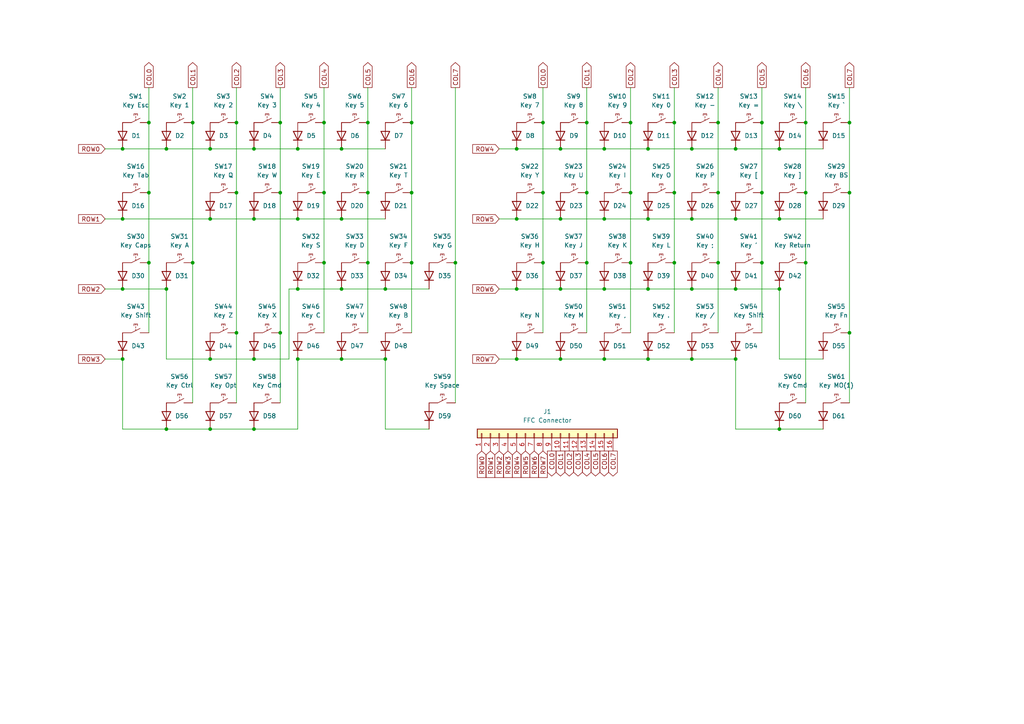
<source format=kicad_sch>
(kicad_sch (version 20230121) (generator eeschema)
  (paper "A4")
  (title_block (title "Five Octave - Keys") (date "2023-08-05") (rev "0.3.0") (comment 1 "https://github.com/takayoshiotake/five-octave-61-key-keyboard"))
  (lib_symbols
    (symbol "Connector_Generic:Conn_01x16" (pin_names (offset 1.016) hide)
      (property "Reference" "J" (at 0 20.32 0))
      (property "Value" "Conn_01x16" (at 0 -22.86 0))
      (symbol "Conn_01x16_1_1"
        (pin passive line (at -5.08 17.78 0) (length 3.81) (name "Pin_1") (number "1"))
        (pin passive line (at -5.08 -5.08 0) (length 3.81) (name "Pin_10") (number "10"))
        (pin passive line (at -5.08 -7.62 0) (length 3.81) (name "Pin_11") (number "11"))
        (pin passive line (at -5.08 -10.16 0) (length 3.81) (name "Pin_12") (number "12"))
        (pin passive line (at -5.08 -12.7 0) (length 3.81) (name "Pin_13") (number "13"))
        (pin passive line (at -5.08 -15.24 0) (length 3.81) (name "Pin_14") (number "14"))
        (pin passive line (at -5.08 -17.78 0) (length 3.81) (name "Pin_15") (number "15"))
        (pin passive line (at -5.08 -20.32 0) (length 3.81) (name "Pin_16") (number "16"))
        (pin passive line (at -5.08 15.24 0) (length 3.81) (name "Pin_2") (number "2"))
        (pin passive line (at -5.08 12.7 0) (length 3.81) (name "Pin_3") (number "3"))
        (pin passive line (at -5.08 10.16 0) (length 3.81) (name "Pin_4") (number "4"))
        (pin passive line (at -5.08 7.62 0) (length 3.81) (name "Pin_5") (number "5"))
        (pin passive line (at -5.08 5.08 0) (length 3.81) (name "Pin_6") (number "6"))
        (pin passive line (at -5.08 2.54 0) (length 3.81) (name "Pin_7") (number "7"))
        (pin passive line (at -5.08 0 0) (length 3.81) (name "Pin_8") (number "8"))
        (pin passive line (at -5.08 -2.54 0) (length 3.81) (name "Pin_9") (number "9"))
      )
    )
    (symbol "Diode:1N4148WS" (pin_numbers hide) (pin_names (offset 1.016) hide)
      (property "Reference" "D" (at 0 2.54 0))
      (property "Value" "1N4148WS" (at 0 -2.54 0))
      (symbol "1N4148WS_1_1"
        (pin passive line (at -3.81 0 0) (length 2.54) (name "K") (number "1"))
        (pin passive line (at 3.81 0 180) (length 2.54) (name "A") (number "2"))
      )
    )
    (symbol "Project_Library:SW_Hot_Swap_Socket" (pin_numbers hide) (pin_names (offset 0) hide)
      (property "Reference" "SW" (at 0 7.62 0))
      (property "Value" "SW_Hot_Swap_Socket" (at 0 5.08 0))
      (symbol "SW_Hot_Swap_Socket_0_1"
        (pin passive line (at -3.81 0 0) (length 2.54) (name "1") (number "1"))
        (pin passive line (at 3.81 0 180) (length 2.54) (name "2") (number "2"))
      )
    )
  )
  (junction (at 35.56 104.14))
  (junction (at 111.76 83.82))
  (junction (at 182.88 55.88))
  (junction (at 213.36 63.5))
  (junction (at 187.96 104.14))
  (junction (at 119.38 76.2))
  (junction (at 213.36 43.18))
  (junction (at 226.06 83.82))
  (junction (at 35.56 63.5))
  (junction (at 132.08 76.2))
  (junction (at 220.98 76.2))
  (junction (at 187.96 63.5))
  (junction (at 195.58 76.2))
  (junction (at 81.28 35.56))
  (junction (at 48.26 43.18))
  (junction (at 175.26 83.82))
  (junction (at 170.18 76.2))
  (junction (at 81.28 96.52))
  (junction (at 149.86 63.5))
  (junction (at 195.58 35.56))
  (junction (at 170.18 55.88))
  (junction (at 208.28 55.88))
  (junction (at 226.06 43.18))
  (junction (at 149.86 104.14))
  (junction (at 99.06 63.5))
  (junction (at 195.58 55.88))
  (junction (at 162.56 83.82))
  (junction (at 99.06 43.18))
  (junction (at 149.86 43.18))
  (junction (at 93.98 35.56))
  (junction (at 68.58 55.88))
  (junction (at 43.18 76.2))
  (junction (at 60.96 104.14))
  (junction (at 99.06 83.82))
  (junction (at 106.68 55.88))
  (junction (at 208.28 35.56))
  (junction (at 220.98 35.56))
  (junction (at 175.26 43.18))
  (junction (at 60.96 43.18))
  (junction (at 99.06 104.14))
  (junction (at 157.48 76.2))
  (junction (at 119.38 35.56))
  (junction (at 157.48 35.56))
  (junction (at 220.98 55.88))
  (junction (at 81.28 55.88))
  (junction (at 187.96 43.18))
  (junction (at 213.36 83.82))
  (junction (at 93.98 76.2))
  (junction (at 60.96 63.5))
  (junction (at 55.88 35.56))
  (junction (at 233.68 35.56))
  (junction (at 200.66 63.5))
  (junction (at 246.38 35.56))
  (junction (at 226.06 63.5))
  (junction (at 86.36 83.82))
  (junction (at 187.96 83.82))
  (junction (at 68.58 96.52))
  (junction (at 35.56 83.82))
  (junction (at 233.68 76.2))
  (junction (at 246.38 55.88))
  (junction (at 182.88 35.56))
  (junction (at 93.98 55.88))
  (junction (at 86.36 63.5))
  (junction (at 162.56 104.14))
  (junction (at 68.58 35.56))
  (junction (at 60.96 124.46))
  (junction (at 157.48 55.88))
  (junction (at 119.38 55.88))
  (junction (at 149.86 83.82))
  (junction (at 226.06 124.46))
  (junction (at 200.66 83.82))
  (junction (at 106.68 35.56))
  (junction (at 86.36 43.18))
  (junction (at 246.38 96.52))
  (junction (at 162.56 63.5))
  (junction (at 208.28 76.2))
  (junction (at 175.26 63.5))
  (junction (at 111.76 104.14))
  (junction (at 175.26 104.14))
  (junction (at 170.18 35.56))
  (junction (at 73.66 63.5))
  (junction (at 106.68 76.2))
  (junction (at 73.66 104.14))
  (junction (at 233.68 55.88))
  (junction (at 73.66 43.18))
  (junction (at 35.56 43.18))
  (junction (at 182.88 76.2))
  (junction (at 43.18 35.56))
  (junction (at 48.26 124.46))
  (junction (at 213.36 104.14))
  (junction (at 200.66 43.18))
  (junction (at 86.36 104.14))
  (junction (at 55.88 76.2))
  (junction (at 73.66 124.46))
  (junction (at 200.66 104.14))
  (junction (at 48.26 83.82))
  (junction (at 162.56 43.18))
  (junction (at 43.18 55.88))
  (wire (pts (xy 162.56 43.18) (xy 175.26 43.18)))
  (wire (pts (xy 93.98 76.2) (xy 93.98 96.52)))
  (wire (pts (xy 86.36 83.82) (xy 99.06 83.82)))
  (wire (pts (xy 35.56 63.5) (xy 60.96 63.5)))
  (wire (pts (xy 175.26 63.5) (xy 187.96 63.5)))
  (wire (pts (xy 170.18 35.56) (xy 170.18 55.88)))
  (wire (pts (xy 119.38 76.2) (xy 119.38 96.52)))
  (wire (pts (xy 226.06 43.18) (xy 238.76 43.18)))
  (wire (pts (xy 157.48 25.4) (xy 157.48 35.56)))
  (wire (pts (xy 226.06 104.14) (xy 226.06 83.82)))
  (wire (pts (xy 162.56 83.82) (xy 175.26 83.82)))
  (wire (pts (xy 149.86 83.82) (xy 162.56 83.82)))
  (wire (pts (xy 132.08 25.4) (xy 132.08 76.2)))
  (wire (pts (xy 200.66 43.18) (xy 213.36 43.18)))
  (wire (pts (xy 86.36 43.18) (xy 99.06 43.18)))
  (wire (pts (xy 73.66 43.18) (xy 86.36 43.18)))
  (wire (pts (xy 213.36 63.5) (xy 226.06 63.5)))
  (wire (pts (xy 226.06 124.46) (xy 238.76 124.46)))
  (wire (pts (xy 226.06 104.14) (xy 238.76 104.14)))
  (wire (pts (xy 68.58 96.52) (xy 68.58 116.84)))
  (wire (pts (xy 86.36 104.14) (xy 86.36 124.46)))
  (wire (pts (xy 144.78 104.14) (xy 149.86 104.14)))
  (wire (pts (xy 119.38 25.4) (xy 119.38 35.56)))
  (wire (pts (xy 48.26 104.14) (xy 60.96 104.14)))
  (wire (pts (xy 149.86 63.5) (xy 162.56 63.5)))
  (wire (pts (xy 55.88 76.2) (xy 55.88 116.84)))
  (wire (pts (xy 73.66 124.46) (xy 86.36 124.46)))
  (wire (pts (xy 68.58 55.88) (xy 68.58 96.52)))
  (wire (pts (xy 187.96 63.5) (xy 200.66 63.5)))
  (wire (pts (xy 30.48 83.82) (xy 35.56 83.82)))
  (wire (pts (xy 157.48 35.56) (xy 157.48 55.88)))
  (wire (pts (xy 157.48 55.88) (xy 157.48 76.2)))
  (wire (pts (xy 220.98 76.2) (xy 220.98 96.52)))
  (wire (pts (xy 43.18 55.88) (xy 43.18 76.2)))
  (wire (pts (xy 233.68 25.4) (xy 233.68 35.56)))
  (wire (pts (xy 99.06 83.82) (xy 111.76 83.82)))
  (wire (pts (xy 73.66 63.5) (xy 86.36 63.5)))
  (wire (pts (xy 144.78 83.82) (xy 149.86 83.82)))
  (wire (pts (xy 48.26 83.82) (xy 48.26 104.14)))
  (wire (pts (xy 226.06 124.46) (xy 213.36 124.46)))
  (wire (pts (xy 30.48 104.14) (xy 35.56 104.14)))
  (wire (pts (xy 233.68 76.2) (xy 233.68 116.84)))
  (wire (pts (xy 86.36 63.5) (xy 99.06 63.5)))
  (wire (pts (xy 111.76 104.14) (xy 111.76 124.46)))
  (wire (pts (xy 68.58 35.56) (xy 68.58 55.88)))
  (wire (pts (xy 81.28 25.4) (xy 81.28 35.56)))
  (wire (pts (xy 93.98 35.56) (xy 93.98 55.88)))
  (wire (pts (xy 182.88 76.2) (xy 182.88 96.52)))
  (wire (pts (xy 226.06 63.5) (xy 238.76 63.5)))
  (wire (pts (xy 200.66 104.14) (xy 213.36 104.14)))
  (wire (pts (xy 43.18 25.4) (xy 43.18 35.56)))
  (wire (pts (xy 81.28 55.88) (xy 81.28 96.52)))
  (wire (pts (xy 35.56 43.18) (xy 48.26 43.18)))
  (wire (pts (xy 106.68 25.4) (xy 106.68 35.56)))
  (wire (pts (xy 220.98 35.56) (xy 220.98 55.88)))
  (wire (pts (xy 43.18 35.56) (xy 43.18 55.88)))
  (wire (pts (xy 43.18 76.2) (xy 43.18 96.52)))
  (wire (pts (xy 208.28 25.4) (xy 208.28 35.56)))
  (wire (pts (xy 93.98 55.88) (xy 93.98 76.2)))
  (wire (pts (xy 60.96 124.46) (xy 73.66 124.46)))
  (wire (pts (xy 187.96 83.82) (xy 200.66 83.82)))
  (wire (pts (xy 119.38 35.56) (xy 119.38 55.88)))
  (wire (pts (xy 220.98 55.88) (xy 220.98 76.2)))
  (wire (pts (xy 157.48 76.2) (xy 157.48 96.52)))
  (wire (pts (xy 48.26 124.46) (xy 35.56 124.46)))
  (wire (pts (xy 182.88 25.4) (xy 182.88 35.56)))
  (wire (pts (xy 195.58 25.4) (xy 195.58 35.56)))
  (wire (pts (xy 208.28 35.56) (xy 208.28 55.88)))
  (wire (pts (xy 83.82 83.82) (xy 86.36 83.82)))
  (wire (pts (xy 132.08 76.2) (xy 132.08 116.84)))
  (wire (pts (xy 162.56 104.14) (xy 175.26 104.14)))
  (wire (pts (xy 106.68 55.88) (xy 106.68 76.2)))
  (wire (pts (xy 68.58 25.4) (xy 68.58 35.56)))
  (wire (pts (xy 149.86 104.14) (xy 162.56 104.14)))
  (wire (pts (xy 55.88 25.4) (xy 55.88 35.56)))
  (wire (pts (xy 35.56 83.82) (xy 48.26 83.82)))
  (wire (pts (xy 246.38 35.56) (xy 246.38 55.88)))
  (wire (pts (xy 208.28 55.88) (xy 208.28 76.2)))
  (wire (pts (xy 30.48 43.18) (xy 35.56 43.18)))
  (wire (pts (xy 99.06 63.5) (xy 111.76 63.5)))
  (wire (pts (xy 35.56 124.46) (xy 35.56 104.14)))
  (wire (pts (xy 220.98 25.4) (xy 220.98 35.56)))
  (wire (pts (xy 81.28 96.52) (xy 81.28 116.84)))
  (wire (pts (xy 48.26 43.18) (xy 60.96 43.18)))
  (wire (pts (xy 60.96 43.18) (xy 73.66 43.18)))
  (wire (pts (xy 208.28 76.2) (xy 208.28 96.52)))
  (wire (pts (xy 99.06 43.18) (xy 111.76 43.18)))
  (wire (pts (xy 106.68 76.2) (xy 106.68 96.52)))
  (wire (pts (xy 162.56 63.5) (xy 175.26 63.5)))
  (wire (pts (xy 73.66 104.14) (xy 83.82 104.14)))
  (wire (pts (xy 187.96 43.18) (xy 200.66 43.18)))
  (wire (pts (xy 213.36 104.14) (xy 213.36 124.46)))
  (wire (pts (xy 111.76 124.46) (xy 124.46 124.46)))
  (wire (pts (xy 106.68 35.56) (xy 106.68 55.88)))
  (wire (pts (xy 213.36 83.82) (xy 226.06 83.82)))
  (wire (pts (xy 200.66 83.82) (xy 213.36 83.82)))
  (wire (pts (xy 175.26 83.82) (xy 187.96 83.82)))
  (wire (pts (xy 175.26 104.14) (xy 187.96 104.14)))
  (wire (pts (xy 195.58 55.88) (xy 195.58 76.2)))
  (wire (pts (xy 170.18 76.2) (xy 170.18 96.52)))
  (wire (pts (xy 60.96 104.14) (xy 73.66 104.14)))
  (wire (pts (xy 246.38 96.52) (xy 246.38 116.84)))
  (wire (pts (xy 48.26 124.46) (xy 60.96 124.46)))
  (wire (pts (xy 86.36 104.14) (xy 99.06 104.14)))
  (wire (pts (xy 55.88 35.56) (xy 55.88 76.2)))
  (wire (pts (xy 246.38 55.88) (xy 246.38 96.52)))
  (wire (pts (xy 60.96 63.5) (xy 73.66 63.5)))
  (wire (pts (xy 246.38 25.4) (xy 246.38 35.56)))
  (wire (pts (xy 144.78 63.5) (xy 149.86 63.5)))
  (wire (pts (xy 170.18 55.88) (xy 170.18 76.2)))
  (wire (pts (xy 170.18 25.4) (xy 170.18 35.56)))
  (wire (pts (xy 200.66 63.5) (xy 213.36 63.5)))
  (wire (pts (xy 175.26 43.18) (xy 187.96 43.18)))
  (wire (pts (xy 195.58 76.2) (xy 195.58 96.52)))
  (wire (pts (xy 182.88 35.56) (xy 182.88 55.88)))
  (wire (pts (xy 144.78 43.18) (xy 149.86 43.18)))
  (wire (pts (xy 149.86 43.18) (xy 162.56 43.18)))
  (wire (pts (xy 233.68 35.56) (xy 233.68 55.88)))
  (wire (pts (xy 182.88 55.88) (xy 182.88 76.2)))
  (wire (pts (xy 111.76 83.82) (xy 124.46 83.82)))
  (wire (pts (xy 81.28 35.56) (xy 81.28 55.88)))
  (wire (pts (xy 119.38 55.88) (xy 119.38 76.2)))
  (wire (pts (xy 93.98 25.4) (xy 93.98 35.56)))
  (wire (pts (xy 83.82 104.14) (xy 83.82 83.82)))
  (wire (pts (xy 213.36 43.18) (xy 226.06 43.18)))
  (wire (pts (xy 233.68 55.88) (xy 233.68 76.2)))
  (wire (pts (xy 195.58 35.56) (xy 195.58 55.88)))
  (wire (pts (xy 30.48 63.5) (xy 35.56 63.5)))
  (wire (pts (xy 187.96 104.14) (xy 200.66 104.14)))
  (wire (pts (xy 99.06 104.14) (xy 111.76 104.14)))
  (global_label "ROW6" (shape input) (at 154.94 130.81 270) (property "Intersheetrefs" "${INTERSHEET_REFS}" (effects hide)))
  (global_label "COL4" (shape output) (at 170.18 130.81 270) (property "Intersheetrefs" "${INTERSHEET_REFS}" (effects hide)))
  (global_label "COL5" (shape output) (at 106.68 25.4 90) (property "Intersheetrefs" "${INTERSHEET_REFS}" (effects hide)))
  (global_label "COL2" (shape output) (at 182.88 25.4 90) (property "Intersheetrefs" "${INTERSHEET_REFS}" (effects hide)))
  (global_label "ROW0" (shape input) (at 139.7 130.81 270) (property "Intersheetrefs" "${INTERSHEET_REFS}" (effects hide)))
  (global_label "COL2" (shape output) (at 165.1 130.81 270) (property "Intersheetrefs" "${INTERSHEET_REFS}" (effects hide)))
  (global_label "COL3" (shape output) (at 167.64 130.81 270) (property "Intersheetrefs" "${INTERSHEET_REFS}" (effects hide)))
  (global_label "COL6" (shape output) (at 175.26 130.81 270) (property "Intersheetrefs" "${INTERSHEET_REFS}" (effects hide)))
  (global_label "ROW3" (shape input) (at 30.48 104.14 180) (property "Intersheetrefs" "${INTERSHEET_REFS}" (effects hide)))
  (global_label "ROW4" (shape input) (at 144.78 43.18 180) (property "Intersheetrefs" "${INTERSHEET_REFS}" (effects hide)))
  (global_label "ROW5" (shape input) (at 144.78 63.5 180) (property "Intersheetrefs" "${INTERSHEET_REFS}" (effects hide)))
  (global_label "COL5" (shape output) (at 220.98 25.4 90) (property "Intersheetrefs" "${INTERSHEET_REFS}" (effects hide)))
  (global_label "ROW4" (shape input) (at 149.86 130.81 270) (property "Intersheetrefs" "${INTERSHEET_REFS}" (effects hide)))
  (global_label "ROW6" (shape input) (at 144.78 83.82 180) (property "Intersheetrefs" "${INTERSHEET_REFS}" (effects hide)))
  (global_label "ROW5" (shape input) (at 152.4 130.81 270) (property "Intersheetrefs" "${INTERSHEET_REFS}" (effects hide)))
  (global_label "ROW1" (shape input) (at 142.24 130.81 270) (property "Intersheetrefs" "${INTERSHEET_REFS}" (effects hide)))
  (global_label "COL4" (shape output) (at 93.98 25.4 90) (property "Intersheetrefs" "${INTERSHEET_REFS}" (effects hide)))
  (global_label "COL3" (shape output) (at 195.58 25.4 90) (property "Intersheetrefs" "${INTERSHEET_REFS}" (effects hide)))
  (global_label "ROW7" (shape input) (at 157.48 130.81 270) (property "Intersheetrefs" "${INTERSHEET_REFS}" (effects hide)))
  (global_label "COL3" (shape output) (at 81.28 25.4 90) (property "Intersheetrefs" "${INTERSHEET_REFS}" (effects hide)))
  (global_label "ROW0" (shape input) (at 30.48 43.18 180) (property "Intersheetrefs" "${INTERSHEET_REFS}" (effects hide)))
  (global_label "ROW3" (shape input) (at 147.32 130.81 270) (property "Intersheetrefs" "${INTERSHEET_REFS}" (effects hide)))
  (global_label "COL1" (shape output) (at 162.56 130.81 270) (property "Intersheetrefs" "${INTERSHEET_REFS}" (effects hide)))
  (global_label "COL0" (shape output) (at 157.48 25.4 90) (property "Intersheetrefs" "${INTERSHEET_REFS}" (effects hide)))
  (global_label "COL6" (shape output) (at 119.38 25.4 90) (property "Intersheetrefs" "${INTERSHEET_REFS}" (effects hide)))
  (global_label "COL1" (shape output) (at 55.88 25.4 90) (property "Intersheetrefs" "${INTERSHEET_REFS}" (effects hide)))
  (global_label "ROW2" (shape input) (at 144.78 130.81 270) (property "Intersheetrefs" "${INTERSHEET_REFS}" (effects hide)))
  (global_label "COL0" (shape output) (at 43.18 25.4 90) (property "Intersheetrefs" "${INTERSHEET_REFS}" (effects hide)))
  (global_label "COL5" (shape output) (at 172.72 130.81 270) (property "Intersheetrefs" "${INTERSHEET_REFS}" (effects hide)))
  (global_label "ROW1" (shape input) (at 30.48 63.5 180) (property "Intersheetrefs" "${INTERSHEET_REFS}" (effects hide)))
  (global_label "COL0" (shape output) (at 160.02 130.81 270) (property "Intersheetrefs" "${INTERSHEET_REFS}" (effects hide)))
  (global_label "COL7" (shape output) (at 246.38 25.4 90) (property "Intersheetrefs" "${INTERSHEET_REFS}" (effects hide)))
  (global_label "COL7" (shape output) (at 132.08 25.4 90) (property "Intersheetrefs" "${INTERSHEET_REFS}" (effects hide)))
  (global_label "ROW7" (shape input) (at 144.78 104.14 180) (property "Intersheetrefs" "${INTERSHEET_REFS}" (effects hide)))
  (global_label "COL4" (shape output) (at 208.28 25.4 90) (property "Intersheetrefs" "${INTERSHEET_REFS}" (effects hide)))
  (global_label "COL2" (shape output) (at 68.58 25.4 90) (property "Intersheetrefs" "${INTERSHEET_REFS}" (effects hide)))
  (global_label "ROW2" (shape input) (at 30.48 83.82 180) (property "Intersheetrefs" "${INTERSHEET_REFS}" (effects hide)))
  (global_label "COL1" (shape output) (at 170.18 25.4 90) (property "Intersheetrefs" "${INTERSHEET_REFS}" (effects hide)))
  (global_label "COL7" (shape output) (at 177.8 130.81 270) (property "Intersheetrefs" "${INTERSHEET_REFS}" (effects hide)))
  (global_label "COL6" (shape output) (at 233.68 25.4 90) (property "Intersheetrefs" "${INTERSHEET_REFS}" (effects hide)))
  (symbol (lib_id "Diode:1N4148WS") (at 73.66 100.33 90) (unit 1)
    (property "Reference" "D45" (at 76.2 100.33 90) (effects (justify right)))
    (property "Value" "1N4148WS" (effects hide))
    (property "Footprint" "Project_Library:D_SOD-323F" (effects hide))
    (property "Datasheet" "https://www.vishay.com/docs/85751/1n4148ws.pdf" (effects hide))
    (property "LCSC" "C2128" (effects hide))
  )
  (symbol (lib_id "Diode:1N4148WS") (at 73.66 39.37 90) (unit 1)
    (property "Reference" "D4" (at 76.2 39.37 90) (effects (justify right)))
    (property "Value" "1N4148WS" (effects hide))
    (property "Footprint" "Project_Library:D_SOD-323F" (effects hide))
    (property "Datasheet" "https://www.vishay.com/docs/85751/1n4148ws.pdf" (effects hide))
    (property "LCSC" "C2128" (effects hide))
  )
  (symbol (lib_id "Diode:1N4148WS") (at 200.66 100.33 90) (unit 1)
    (property "Reference" "D53" (at 203.2 100.33 90) (effects (justify right)))
    (property "Value" "1N4148WS" (effects hide))
    (property "Footprint" "Project_Library:D_SOD-323F" (effects hide))
    (property "Datasheet" "https://www.vishay.com/docs/85751/1n4148ws.pdf" (effects hide))
    (property "LCSC" "C2128" (effects hide))
  )
  (symbol (lib_id "Diode:1N4148WS") (at 48.26 120.65 90) (unit 1)
    (property "Reference" "D56" (at 50.8 120.65 90) (effects (justify right)))
    (property "Value" "1N4148WS" (effects hide))
    (property "Footprint" "Project_Library:D_SOD-323F" (effects hide))
    (property "Datasheet" "https://www.vishay.com/docs/85751/1n4148ws.pdf" (effects hide))
    (property "LCSC" "C2128" (effects hide))
  )
  (symbol (lib_id "Project_Library:SW_Hot_Swap_Socket") (at 166.37 76.2 0) (unit 1)
    (property "Reference" "SW37" (at 166.37 68.58 0))
    (property "Value" "Key J" (at 166.37 71.12 0))
    (property "Footprint" "Project_Library:Hot_Swap_Socket_CPG151101S11" (effects hide))
  )
  (symbol (lib_id "Project_Library:SW_Hot_Swap_Socket") (at 90.17 35.56 0) (unit 1)
    (property "Reference" "SW5" (at 90.17 27.94 0))
    (property "Value" "Key 4" (at 90.17 30.48 0))
    (property "Footprint" "Project_Library:Hot_Swap_Socket_CPG151101S11" (effects hide))
  )
  (symbol (lib_id "Diode:1N4148WS") (at 124.46 80.01 90) (unit 1)
    (property "Reference" "D35" (at 127 80.01 90) (effects (justify right)))
    (property "Value" "1N4148WS" (effects hide))
    (property "Footprint" "Project_Library:D_SOD-323F" (effects hide))
    (property "Datasheet" "https://www.vishay.com/docs/85751/1n4148ws.pdf" (effects hide))
    (property "LCSC" "C2128" (effects hide))
  )
  (symbol (lib_id "Diode:1N4148WS") (at 200.66 80.01 90) (unit 1)
    (property "Reference" "D40" (at 203.2 80.01 90) (effects (justify right)))
    (property "Value" "1N4148WS" (effects hide))
    (property "Footprint" "Project_Library:D_SOD-323F" (effects hide))
    (property "Datasheet" "https://www.vishay.com/docs/85751/1n4148ws.pdf" (effects hide))
    (property "LCSC" "C2128" (effects hide))
  )
  (symbol (lib_id "Diode:1N4148WS") (at 124.46 120.65 90) (unit 1)
    (property "Reference" "D59" (at 127 120.65 90) (effects (justify right)))
    (property "Value" "1N4148WS" (effects hide))
    (property "Footprint" "Project_Library:D_SOD-323F" (effects hide))
    (property "Datasheet" "https://www.vishay.com/docs/85751/1n4148ws.pdf" (effects hide))
    (property "LCSC" "C2128" (effects hide))
  )
  (symbol (lib_id "Diode:1N4148WS") (at 86.36 39.37 90) (unit 1)
    (property "Reference" "D5" (at 88.9 39.37 90) (effects (justify right)))
    (property "Value" "1N4148WS" (effects hide))
    (property "Footprint" "Project_Library:D_SOD-323F" (effects hide))
    (property "Datasheet" "https://www.vishay.com/docs/85751/1n4148ws.pdf" (effects hide))
    (property "LCSC" "C2128" (effects hide))
  )
  (symbol (lib_id "Diode:1N4148WS") (at 226.06 80.01 90) (unit 1)
    (property "Reference" "D42" (at 228.6 80.01 90) (effects (justify right)))
    (property "Value" "1N4148WS" (effects hide))
    (property "Footprint" "Project_Library:D_SOD-323F" (effects hide))
    (property "Datasheet" "https://www.vishay.com/docs/85751/1n4148ws.pdf" (effects hide))
    (property "LCSC" "C2128" (effects hide))
  )
  (symbol (lib_id "Project_Library:SW_Hot_Swap_Socket") (at 77.47 96.52 0) (unit 1)
    (property "Reference" "SW45" (at 77.47 88.9 0))
    (property "Value" "Key X" (at 77.47 91.44 0))
    (property "Footprint" "Project_Library:Hot_Swap_Socket_CPG151101S11" (effects hide))
  )
  (symbol (lib_id "Project_Library:SW_Hot_Swap_Socket") (at 39.37 55.88 0) (unit 1)
    (property "Reference" "SW16" (at 39.37 48.26 0))
    (property "Value" "Key Tab" (at 39.37 50.8 0))
    (property "Footprint" "Project_Library:Hot_Swap_Socket_CPG151101S11" (effects hide))
  )
  (symbol (lib_id "Project_Library:SW_Hot_Swap_Socket") (at 39.37 35.56 0) (unit 1)
    (property "Reference" "SW1" (at 39.37 27.94 0))
    (property "Value" "Key Esc" (at 39.37 30.48 0))
    (property "Footprint" "Project_Library:Hot_Swap_Socket_CPG151101S11" (effects hide))
  )
  (symbol (lib_id "Diode:1N4148WS") (at 35.56 39.37 90) (unit 1)
    (property "Reference" "D1" (at 38.1 39.37 90) (effects (justify right)))
    (property "Value" "1N4148WS" (effects hide))
    (property "Footprint" "Project_Library:D_SOD-323F" (effects hide))
    (property "Datasheet" "https://www.vishay.com/docs/85751/1n4148ws.pdf" (effects hide))
    (property "LCSC" "C2128" (effects hide))
  )
  (symbol (lib_id "Project_Library:SW_Hot_Swap_Socket") (at 242.57 35.56 0) (unit 1)
    (property "Reference" "SW15" (at 242.57 27.94 0))
    (property "Value" "Key `" (at 242.57 30.48 0))
    (property "Footprint" "Project_Library:Hot_Swap_Socket_CPG151101S11" (effects hide))
  )
  (symbol (lib_id "Diode:1N4148WS") (at 162.56 100.33 90) (unit 1)
    (property "Reference" "D50" (at 165.1 100.33 90) (effects (justify right)))
    (property "Value" "1N4148WS" (effects hide))
    (property "Footprint" "Project_Library:D_SOD-323F" (effects hide))
    (property "Datasheet" "https://www.vishay.com/docs/85751/1n4148ws.pdf" (effects hide))
    (property "LCSC" "C2128" (effects hide))
  )
  (symbol (lib_id "Diode:1N4148WS") (at 213.36 39.37 90) (unit 1)
    (property "Reference" "D13" (at 215.9 39.37 90) (effects (justify right)))
    (property "Value" "1N4148WS" (effects hide))
    (property "Footprint" "Project_Library:D_SOD-323F" (effects hide))
    (property "Datasheet" "https://www.vishay.com/docs/85751/1n4148ws.pdf" (effects hide))
    (property "LCSC" "C2128" (effects hide))
  )
  (symbol (lib_id "Diode:1N4148WS") (at 162.56 80.01 90) (unit 1)
    (property "Reference" "D37" (at 165.1 80.01 90) (effects (justify right)))
    (property "Value" "1N4148WS" (effects hide))
    (property "Footprint" "Project_Library:D_SOD-323F" (effects hide))
    (property "Datasheet" "https://www.vishay.com/docs/85751/1n4148ws.pdf" (effects hide))
    (property "LCSC" "C2128" (effects hide))
  )
  (symbol (lib_id "Diode:1N4148WS") (at 86.36 59.69 90) (unit 1)
    (property "Reference" "D19" (at 88.9 59.69 90) (effects (justify right)))
    (property "Value" "1N4148WS" (effects hide))
    (property "Footprint" "Project_Library:D_SOD-323F" (effects hide))
    (property "Datasheet" "https://www.vishay.com/docs/85751/1n4148ws.pdf" (effects hide))
    (property "LCSC" "C2128" (effects hide))
  )
  (symbol (lib_id "Project_Library:SW_Hot_Swap_Socket") (at 102.87 76.2 0) (unit 1)
    (property "Reference" "SW33" (at 102.87 68.58 0))
    (property "Value" "Key D" (at 102.87 71.12 0))
    (property "Footprint" "Project_Library:Hot_Swap_Socket_CPG151101S11" (effects hide))
  )
  (symbol (lib_id "Diode:1N4148WS") (at 162.56 39.37 90) (unit 1)
    (property "Reference" "D9" (at 165.1 39.37 90) (effects (justify right)))
    (property "Value" "1N4148WS" (effects hide))
    (property "Footprint" "Project_Library:D_SOD-323F" (effects hide))
    (property "Datasheet" "https://www.vishay.com/docs/85751/1n4148ws.pdf" (effects hide))
    (property "LCSC" "C2128" (effects hide))
  )
  (symbol (lib_id "Diode:1N4148WS") (at 200.66 39.37 90) (unit 1)
    (property "Reference" "D12" (at 203.2 39.37 90) (effects (justify right)))
    (property "Value" "1N4148WS" (effects hide))
    (property "Footprint" "Project_Library:D_SOD-323F" (effects hide))
    (property "Datasheet" "https://www.vishay.com/docs/85751/1n4148ws.pdf" (effects hide))
    (property "LCSC" "C2128" (effects hide))
  )
  (symbol (lib_id "Project_Library:SW_Hot_Swap_Socket") (at 217.17 76.2 0) (unit 1)
    (property "Reference" "SW41" (at 217.17 68.58 0))
    (property "Value" "Key '" (at 217.17 71.12 0))
    (property "Footprint" "Project_Library:Hot_Swap_Socket_CPG151101S11" (effects hide))
  )
  (symbol (lib_id "Project_Library:SW_Hot_Swap_Socket") (at 217.17 55.88 0) (unit 1)
    (property "Reference" "SW27" (at 217.17 48.26 0))
    (property "Value" "Key [" (at 217.17 50.8 0))
    (property "Footprint" "Project_Library:Hot_Swap_Socket_CPG151101S11" (effects hide))
  )
  (symbol (lib_id "Project_Library:SW_Hot_Swap_Socket") (at 179.07 35.56 0) (unit 1)
    (property "Reference" "SW10" (at 179.07 27.94 0))
    (property "Value" "Key 9" (at 179.07 30.48 0))
    (property "Footprint" "Project_Library:Hot_Swap_Socket_CPG151101S11" (effects hide))
  )
  (symbol (lib_id "Project_Library:SW_Hot_Swap_Socket") (at 52.07 35.56 0) (unit 1)
    (property "Reference" "SW2" (at 52.07 27.94 0))
    (property "Value" "Key 1" (at 52.07 30.48 0))
    (property "Footprint" "Project_Library:Hot_Swap_Socket_CPG151101S11" (effects hide))
  )
  (symbol (lib_id "Project_Library:SW_Hot_Swap_Socket") (at 166.37 55.88 0) (unit 1)
    (property "Reference" "SW23" (at 166.37 48.26 0))
    (property "Value" "Key U" (at 166.37 50.8 0))
    (property "Footprint" "Project_Library:Hot_Swap_Socket_CPG151101S11" (effects hide))
  )
  (symbol (lib_id "Diode:1N4148WS") (at 149.86 100.33 90) (unit 1)
    (property "Reference" "D49" (at 152.4 100.33 90) (effects (justify right)))
    (property "Value" "1N4148WS" (effects hide))
    (property "Footprint" "Project_Library:D_SOD-323F" (effects hide))
    (property "Datasheet" "https://www.vishay.com/docs/85751/1n4148ws.pdf" (effects hide))
    (property "LCSC" "C2128" (effects hide))
  )
  (symbol (lib_id "Diode:1N4148WS") (at 226.06 39.37 90) (unit 1)
    (property "Reference" "D14" (at 228.6 39.37 90) (effects (justify right)))
    (property "Value" "1N4148WS" (effects hide))
    (property "Footprint" "Project_Library:D_SOD-323F" (effects hide))
    (property "Datasheet" "https://www.vishay.com/docs/85751/1n4148ws.pdf" (effects hide))
    (property "LCSC" "C2128" (effects hide))
  )
  (symbol (lib_id "Diode:1N4148WS") (at 149.86 39.37 90) (unit 1)
    (property "Reference" "D8" (at 152.4 39.37 90) (effects (justify right)))
    (property "Value" "1N4148WS" (effects hide))
    (property "Footprint" "Project_Library:D_SOD-323F" (effects hide))
    (property "Datasheet" "https://www.vishay.com/docs/85751/1n4148ws.pdf" (effects hide))
    (property "LCSC" "C2128" (effects hide))
  )
  (symbol (lib_id "Project_Library:SW_Hot_Swap_Socket") (at 102.87 96.52 0) (unit 1)
    (property "Reference" "SW47" (at 102.87 88.9 0))
    (property "Value" "Key V" (at 102.87 91.44 0))
    (property "Footprint" "Project_Library:Hot_Swap_Socket_CPG151101S11" (effects hide))
  )
  (symbol (lib_id "Diode:1N4148WS") (at 111.76 39.37 90) (unit 1)
    (property "Reference" "D7" (at 114.3 39.37 90) (effects (justify right)))
    (property "Value" "1N4148WS" (effects hide))
    (property "Footprint" "Project_Library:D_SOD-323F" (effects hide))
    (property "Datasheet" "https://www.vishay.com/docs/85751/1n4148ws.pdf" (effects hide))
    (property "LCSC" "C2128" (effects hide))
  )
  (symbol (lib_id "Project_Library:SW_Hot_Swap_Socket") (at 115.57 55.88 0) (unit 1)
    (property "Reference" "SW21" (at 115.57 48.26 0))
    (property "Value" "Key T" (at 115.57 50.8 0))
    (property "Footprint" "Project_Library:Hot_Swap_Socket_CPG151101S11" (effects hide))
  )
  (symbol (lib_id "Diode:1N4148WS") (at 99.06 59.69 90) (unit 1)
    (property "Reference" "D20" (at 101.6 59.69 90) (effects (justify right)))
    (property "Value" "1N4148WS" (effects hide))
    (property "Footprint" "Project_Library:D_SOD-323F" (effects hide))
    (property "Datasheet" "https://www.vishay.com/docs/85751/1n4148ws.pdf" (effects hide))
    (property "LCSC" "C2128" (effects hide))
  )
  (symbol (lib_id "Diode:1N4148WS") (at 187.96 80.01 90) (unit 1)
    (property "Reference" "D39" (at 190.5 80.01 90) (effects (justify right)))
    (property "Value" "1N4148WS" (effects hide))
    (property "Footprint" "Project_Library:D_SOD-323F" (effects hide))
    (property "Datasheet" "https://www.vishay.com/docs/85751/1n4148ws.pdf" (effects hide))
    (property "LCSC" "C2128" (effects hide))
  )
  (symbol (lib_id "Diode:1N4148WS") (at 175.26 80.01 90) (unit 1)
    (property "Reference" "D38" (at 177.8 80.01 90) (effects (justify right)))
    (property "Value" "1N4148WS" (effects hide))
    (property "Footprint" "Project_Library:D_SOD-323F" (effects hide))
    (property "Datasheet" "https://www.vishay.com/docs/85751/1n4148ws.pdf" (effects hide))
    (property "LCSC" "C2128" (effects hide))
  )
  (symbol (lib_id "Diode:1N4148WS") (at 99.06 39.37 90) (unit 1)
    (property "Reference" "D6" (at 101.6 39.37 90) (effects (justify right)))
    (property "Value" "1N4148WS" (effects hide))
    (property "Footprint" "Project_Library:D_SOD-323F" (effects hide))
    (property "Datasheet" "https://www.vishay.com/docs/85751/1n4148ws.pdf" (effects hide))
    (property "LCSC" "C2128" (effects hide))
  )
  (symbol (lib_id "Project_Library:SW_Hot_Swap_Socket") (at 90.17 96.52 0) (unit 1)
    (property "Reference" "SW46" (at 90.17 88.9 0))
    (property "Value" "Key C" (at 90.17 91.44 0))
    (property "Footprint" "Project_Library:Hot_Swap_Socket_CPG151101S11" (effects hide))
  )
  (symbol (lib_id "Project_Library:SW_Hot_Swap_Socket") (at 128.27 116.84 0) (unit 1)
    (property "Reference" "SW59" (at 128.27 109.22 0))
    (property "Value" "Key Space" (at 128.27 111.76 0))
    (property "Footprint" "Project_Library:Hot_Swap_Socket_CPG151101S11" (effects hide))
  )
  (symbol (lib_id "Project_Library:SW_Hot_Swap_Socket") (at 115.57 35.56 0) (unit 1)
    (property "Reference" "SW7" (at 115.57 27.94 0))
    (property "Value" "Key 6" (at 115.57 30.48 0))
    (property "Footprint" "Project_Library:Hot_Swap_Socket_CPG151101S11" (effects hide))
  )
  (symbol (lib_id "Project_Library:SW_Hot_Swap_Socket") (at 242.57 55.88 0) (unit 1)
    (property "Reference" "SW29" (at 242.57 48.26 0))
    (property "Value" "Key BS" (at 242.57 50.8 0))
    (property "Footprint" "Project_Library:Hot_Swap_Socket_CPG151101S11" (effects hide))
  )
  (symbol (lib_id "Diode:1N4148WS") (at 226.06 59.69 90) (unit 1)
    (property "Reference" "D28" (at 228.6 59.69 90) (effects (justify right)))
    (property "Value" "1N4148WS" (effects hide))
    (property "Footprint" "Project_Library:D_SOD-323F" (effects hide))
    (property "Datasheet" "https://www.vishay.com/docs/85751/1n4148ws.pdf" (effects hide))
    (property "LCSC" "C2128" (effects hide))
  )
  (symbol (lib_id "Diode:1N4148WS") (at 86.36 100.33 90) (unit 1)
    (property "Reference" "D46" (at 88.9 100.33 90) (effects (justify right)))
    (property "Value" "1N4148WS" (effects hide))
    (property "Footprint" "Project_Library:D_SOD-323F" (effects hide))
    (property "Datasheet" "https://www.vishay.com/docs/85751/1n4148ws.pdf" (effects hide))
    (property "LCSC" "C2128" (effects hide))
  )
  (symbol (lib_id "Project_Library:SW_Hot_Swap_Socket") (at 191.77 55.88 0) (unit 1)
    (property "Reference" "SW25" (at 191.77 48.26 0))
    (property "Value" "Key O" (at 191.77 50.8 0))
    (property "Footprint" "Project_Library:Hot_Swap_Socket_CPG151101S11" (effects hide))
  )
  (symbol (lib_id "Diode:1N4148WS") (at 111.76 59.69 90) (unit 1)
    (property "Reference" "D21" (at 114.3 59.69 90) (effects (justify right)))
    (property "Value" "1N4148WS" (effects hide))
    (property "Footprint" "Project_Library:D_SOD-323F" (effects hide))
    (property "Datasheet" "https://www.vishay.com/docs/85751/1n4148ws.pdf" (effects hide))
    (property "LCSC" "C2128" (effects hide))
  )
  (symbol (lib_id "Project_Library:SW_Hot_Swap_Socket") (at 102.87 35.56 0) (unit 1)
    (property "Reference" "SW6" (at 102.87 27.94 0))
    (property "Value" "Key 5" (at 102.87 30.48 0))
    (property "Footprint" "Project_Library:Hot_Swap_Socket_CPG151101S11" (effects hide))
  )
  (symbol (lib_id "Diode:1N4148WS") (at 213.36 80.01 90) (unit 1)
    (property "Reference" "D41" (at 215.9 80.01 90) (effects (justify right)))
    (property "Value" "1N4148WS" (effects hide))
    (property "Footprint" "Project_Library:D_SOD-323F" (effects hide))
    (property "Datasheet" "https://www.vishay.com/docs/85751/1n4148ws.pdf" (effects hide))
    (property "LCSC" "C2128" (effects hide))
  )
  (symbol (lib_id "Diode:1N4148WS") (at 73.66 59.69 90) (unit 1)
    (property "Reference" "D18" (at 76.2 59.69 90) (effects (justify right)))
    (property "Value" "1N4148WS" (effects hide))
    (property "Footprint" "Project_Library:D_SOD-323F" (effects hide))
    (property "Datasheet" "https://www.vishay.com/docs/85751/1n4148ws.pdf" (effects hide))
    (property "LCSC" "C2128" (effects hide))
  )
  (symbol (lib_id "Diode:1N4148WS") (at 86.36 80.01 90) (unit 1)
    (property "Reference" "D32" (at 88.9 80.01 90) (effects (justify right)))
    (property "Value" "1N4148WS" (effects hide))
    (property "Footprint" "Project_Library:D_SOD-323F" (effects hide))
    (property "Datasheet" "https://www.vishay.com/docs/85751/1n4148ws.pdf" (effects hide))
    (property "LCSC" "C2128" (effects hide))
  )
  (symbol (lib_id "Project_Library:SW_Hot_Swap_Socket") (at 229.87 35.56 0) (unit 1)
    (property "Reference" "SW14" (at 229.87 27.94 0))
    (property "Value" "Key \\" (at 229.87 30.48 0))
    (property "Footprint" "Project_Library:Hot_Swap_Socket_CPG151101S11" (effects hide))
  )
  (symbol (lib_id "Project_Library:SW_Hot_Swap_Socket") (at 242.57 116.84 0) (unit 1)
    (property "Reference" "SW61" (at 242.57 109.22 0))
    (property "Value" "Key MO(1)" (at 242.57 111.76 0))
    (property "Footprint" "Project_Library:Hot_Swap_Socket_CPG151101S11" (effects hide))
  )
  (symbol (lib_id "Project_Library:SW_Hot_Swap_Socket") (at 191.77 96.52 0) (unit 1)
    (property "Reference" "SW52" (at 191.77 88.9 0))
    (property "Value" "Key ." (at 191.77 91.44 0))
    (property "Footprint" "Project_Library:Hot_Swap_Socket_CPG151101S11" (effects hide))
  )
  (symbol (lib_id "Project_Library:SW_Hot_Swap_Socket") (at 204.47 35.56 0) (unit 1)
    (property "Reference" "SW12" (at 204.47 27.94 0))
    (property "Value" "Key -" (at 204.47 30.48 0))
    (property "Footprint" "Project_Library:Hot_Swap_Socket_CPG151101S11" (effects hide))
  )
  (symbol (lib_id "Diode:1N4148WS") (at 226.06 120.65 90) (unit 1)
    (property "Reference" "D60" (at 228.6 120.65 90) (effects (justify right)))
    (property "Value" "1N4148WS" (effects hide))
    (property "Footprint" "Project_Library:D_SOD-323F" (effects hide))
    (property "Datasheet" "https://www.vishay.com/docs/85751/1n4148ws.pdf" (effects hide))
    (property "LCSC" "C2128" (effects hide))
  )
  (symbol (lib_id "Project_Library:SW_Hot_Swap_Socket") (at 153.67 96.52 0) (unit 1)
    (property "Reference" "SW49" (effects hide))
    (property "Value" "Key N" (at 153.67 91.44 0))
    (property "Footprint" "Project_Library:Hot_Swap_Socket_CPG151101S11" (effects hide))
  )
  (symbol (lib_id "Project_Library:SW_Hot_Swap_Socket") (at 153.67 35.56 0) (unit 1)
    (property "Reference" "SW8" (at 153.67 27.94 0))
    (property "Value" "Key 7" (at 153.67 30.48 0))
    (property "Footprint" "Project_Library:Hot_Swap_Socket_CPG151101S11" (effects hide))
  )
  (symbol (lib_id "Project_Library:SW_Hot_Swap_Socket") (at 102.87 55.88 0) (unit 1)
    (property "Reference" "SW20" (at 102.87 48.26 0))
    (property "Value" "Key R" (at 102.87 50.8 0))
    (property "Footprint" "Project_Library:Hot_Swap_Socket_CPG151101S11" (effects hide))
  )
  (symbol (lib_id "Diode:1N4148WS") (at 238.76 39.37 90) (unit 1)
    (property "Reference" "D15" (at 241.3 39.37 90) (effects (justify right)))
    (property "Value" "1N4148WS" (effects hide))
    (property "Footprint" "Project_Library:D_SOD-323F" (effects hide))
    (property "Datasheet" "https://www.vishay.com/docs/85751/1n4148ws.pdf" (effects hide))
    (property "LCSC" "C2128" (effects hide))
  )
  (symbol (lib_id "Project_Library:SW_Hot_Swap_Socket") (at 64.77 116.84 0) (unit 1)
    (property "Reference" "SW57" (at 64.77 109.22 0))
    (property "Value" "Key Opt" (at 64.77 111.76 0))
    (property "Footprint" "Project_Library:Hot_Swap_Socket_CPG151101S11" (effects hide))
  )
  (symbol (lib_id "Project_Library:SW_Hot_Swap_Socket") (at 90.17 55.88 0) (unit 1)
    (property "Reference" "SW19" (at 90.17 48.26 0))
    (property "Value" "Key E" (at 90.17 50.8 0))
    (property "Footprint" "Project_Library:Hot_Swap_Socket_CPG151101S11" (effects hide))
  )
  (symbol (lib_id "Diode:1N4148WS") (at 35.56 59.69 90) (unit 1)
    (property "Reference" "D16" (at 38.1 59.69 90) (effects (justify right)))
    (property "Value" "1N4148WS" (effects hide))
    (property "Footprint" "Project_Library:D_SOD-323F" (effects hide))
    (property "Datasheet" "https://www.vishay.com/docs/85751/1n4148ws.pdf" (effects hide))
    (property "LCSC" "C2128" (effects hide))
  )
  (symbol (lib_id "Project_Library:SW_Hot_Swap_Socket") (at 217.17 35.56 0) (unit 1)
    (property "Reference" "SW13" (at 217.17 27.94 0))
    (property "Value" "Key =" (at 217.17 30.48 0))
    (property "Footprint" "Project_Library:Hot_Swap_Socket_CPG151101S11" (effects hide))
  )
  (symbol (lib_id "Project_Library:SW_Hot_Swap_Socket") (at 229.87 116.84 0) (unit 1)
    (property "Reference" "SW60" (at 229.87 109.22 0))
    (property "Value" "Key Cmd" (at 229.87 111.76 0))
    (property "Footprint" "Project_Library:Hot_Swap_Socket_CPG151101S11" (effects hide))
  )
  (symbol (lib_id "Project_Library:SW_Hot_Swap_Socket") (at 191.77 76.2 0) (unit 1)
    (property "Reference" "SW39" (at 191.77 68.58 0))
    (property "Value" "Key L" (at 191.77 71.12 0))
    (property "Footprint" "Project_Library:Hot_Swap_Socket_CPG151101S11" (effects hide))
  )
  (symbol (lib_id "Project_Library:SW_Hot_Swap_Socket") (at 204.47 96.52 0) (unit 1)
    (property "Reference" "SW53" (at 204.47 88.9 0))
    (property "Value" "Key /" (at 204.47 91.44 0))
    (property "Footprint" "Project_Library:Hot_Swap_Socket_CPG151101S11" (effects hide))
  )
  (symbol (lib_id "Project_Library:SW_Hot_Swap_Socket") (at 39.37 76.2 0) (unit 1)
    (property "Reference" "SW30" (at 39.37 68.58 0))
    (property "Value" "Key Caps" (at 39.37 71.12 0))
    (property "Footprint" "Project_Library:Hot_Swap_Socket_CPG151101S11" (effects hide))
  )
  (symbol (lib_id "Project_Library:SW_Hot_Swap_Socket") (at 204.47 55.88 0) (unit 1)
    (property "Reference" "SW26" (at 204.47 48.26 0))
    (property "Value" "Key P" (at 204.47 50.8 0))
    (property "Footprint" "Project_Library:Hot_Swap_Socket_CPG151101S11" (effects hide))
  )
  (symbol (lib_id "Project_Library:SW_Hot_Swap_Socket") (at 115.57 76.2 0) (unit 1)
    (property "Reference" "SW34" (at 115.57 68.58 0))
    (property "Value" "Key F" (at 115.57 71.12 0))
    (property "Footprint" "Project_Library:Hot_Swap_Socket_CPG151101S11" (effects hide))
  )
  (symbol (lib_id "Project_Library:SW_Hot_Swap_Socket") (at 153.67 55.88 0) (unit 1)
    (property "Reference" "SW22" (at 153.67 48.26 0))
    (property "Value" "Key Y" (at 153.67 50.8 0))
    (property "Footprint" "Project_Library:Hot_Swap_Socket_CPG151101S11" (effects hide))
  )
  (symbol (lib_id "Diode:1N4148WS") (at 99.06 100.33 90) (unit 1)
    (property "Reference" "D47" (at 101.6 100.33 90) (effects (justify right)))
    (property "Value" "1N4148WS" (effects hide))
    (property "Footprint" "Project_Library:D_SOD-323F" (effects hide))
    (property "Datasheet" "https://www.vishay.com/docs/85751/1n4148ws.pdf" (effects hide))
    (property "LCSC" "C2128" (effects hide))
  )
  (symbol (lib_id "Project_Library:SW_Hot_Swap_Socket") (at 166.37 35.56 0) (unit 1)
    (property "Reference" "SW9" (at 166.37 27.94 0))
    (property "Value" "Key 8" (at 166.37 30.48 0))
    (property "Footprint" "Project_Library:Hot_Swap_Socket_CPG151101S11" (effects hide))
  )
  (symbol (lib_id "Project_Library:SW_Hot_Swap_Socket") (at 52.07 116.84 0) (unit 1)
    (property "Reference" "SW56" (at 52.07 109.22 0))
    (property "Value" "Key Ctrl" (at 52.07 111.76 0))
    (property "Footprint" "Project_Library:Hot_Swap_Socket_CPG151101S11" (effects hide))
  )
  (symbol (lib_id "Project_Library:SW_Hot_Swap_Socket") (at 64.77 55.88 0) (unit 1)
    (property "Reference" "SW17" (at 64.77 48.26 0))
    (property "Value" "Key Q" (at 64.77 50.8 0))
    (property "Footprint" "Project_Library:Hot_Swap_Socket_CPG151101S11" (effects hide))
  )
  (symbol (lib_id "Diode:1N4148WS") (at 99.06 80.01 90) (unit 1)
    (property "Reference" "D33" (at 101.6 80.01 90) (effects (justify right)))
    (property "Value" "1N4148WS" (effects hide))
    (property "Footprint" "Project_Library:D_SOD-323F" (effects hide))
    (property "Datasheet" "https://www.vishay.com/docs/85751/1n4148ws.pdf" (effects hide))
    (property "LCSC" "C2128" (effects hide))
  )
  (symbol (lib_id "Diode:1N4148WS") (at 213.36 59.69 90) (unit 1)
    (property "Reference" "D27" (at 215.9 59.69 90) (effects (justify right)))
    (property "Value" "1N4148WS" (effects hide))
    (property "Footprint" "Project_Library:D_SOD-323F" (effects hide))
    (property "Datasheet" "https://www.vishay.com/docs/85751/1n4148ws.pdf" (effects hide))
    (property "LCSC" "C2128" (effects hide))
  )
  (symbol (lib_id "Diode:1N4148WS") (at 35.56 80.01 90) (unit 1)
    (property "Reference" "D30" (at 38.1 80.01 90) (effects (justify right)))
    (property "Value" "1N4148WS" (effects hide))
    (property "Footprint" "Project_Library:D_SOD-323F" (effects hide))
    (property "Datasheet" "https://www.vishay.com/docs/85751/1n4148ws.pdf" (effects hide))
    (property "LCSC" "C2128" (effects hide))
  )
  (symbol (lib_id "Project_Library:SW_Hot_Swap_Socket") (at 90.17 76.2 0) (unit 1)
    (property "Reference" "SW32" (at 90.17 68.58 0))
    (property "Value" "Key S" (at 90.17 71.12 0))
    (property "Footprint" "Project_Library:Hot_Swap_Socket_CPG151101S11" (effects hide))
  )
  (symbol (lib_id "Project_Library:SW_Hot_Swap_Socket") (at 204.47 76.2 0) (unit 1)
    (property "Reference" "SW40" (at 204.47 68.58 0))
    (property "Value" "Key ;" (at 204.47 71.12 0))
    (property "Footprint" "Project_Library:Hot_Swap_Socket_CPG151101S11" (effects hide))
  )
  (symbol (lib_id "Diode:1N4148WS") (at 35.56 100.33 90) (unit 1)
    (property "Reference" "D43" (at 38.1 100.33 90) (effects (justify right)))
    (property "Value" "1N4148WS" (effects hide))
    (property "Footprint" "Project_Library:D_SOD-323F" (effects hide))
    (property "Datasheet" "https://www.vishay.com/docs/85751/1n4148ws.pdf" (effects hide))
    (property "LCSC" "C2128" (effects hide))
  )
  (symbol (lib_id "Diode:1N4148WS") (at 238.76 59.69 90) (unit 1)
    (property "Reference" "D29" (at 241.3 59.69 90) (effects (justify right)))
    (property "Value" "1N4148WS" (effects hide))
    (property "Footprint" "Project_Library:D_SOD-323F" (effects hide))
    (property "Datasheet" "https://www.vishay.com/docs/85751/1n4148ws.pdf" (effects hide))
    (property "LCSC" "C2128" (effects hide))
  )
  (symbol (lib_id "Diode:1N4148WS") (at 213.36 100.33 90) (unit 1)
    (property "Reference" "D54" (at 215.9 100.33 90) (effects (justify right)))
    (property "Value" "1N4148WS" (effects hide))
    (property "Footprint" "Project_Library:D_SOD-323F" (effects hide))
    (property "Datasheet" "https://www.vishay.com/docs/85751/1n4148ws.pdf" (effects hide))
    (property "LCSC" "C2128" (effects hide))
  )
  (symbol (lib_id "Diode:1N4148WS") (at 48.26 39.37 90) (unit 1)
    (property "Reference" "D2" (at 50.8 39.37 90) (effects (justify right)))
    (property "Value" "1N4148WS" (effects hide))
    (property "Footprint" "Project_Library:D_SOD-323F" (effects hide))
    (property "Datasheet" "https://www.vishay.com/docs/85751/1n4148ws.pdf" (effects hide))
    (property "LCSC" "C2128" (effects hide))
  )
  (symbol (lib_id "Project_Library:SW_Hot_Swap_Socket") (at 242.57 96.52 0) (unit 1)
    (property "Reference" "SW55" (at 242.57 88.9 0))
    (property "Value" "Key Fn" (at 242.57 91.44 0))
    (property "Footprint" "Project_Library:Hot_Swap_Socket_CPG151101S11" (effects hide))
  )
  (symbol (lib_id "Diode:1N4148WS") (at 238.76 120.65 90) (unit 1)
    (property "Reference" "D61" (at 241.3 120.65 90) (effects (justify right)))
    (property "Value" "1N4148WS" (effects hide))
    (property "Footprint" "Project_Library:D_SOD-323F" (effects hide))
    (property "Datasheet" "https://www.vishay.com/docs/85751/1n4148ws.pdf" (effects hide))
    (property "LCSC" "C2128" (effects hide))
  )
  (symbol (lib_id "Project_Library:SW_Hot_Swap_Socket") (at 217.17 96.52 0) (unit 1)
    (property "Reference" "SW54" (at 217.17 88.9 0))
    (property "Value" "Key Shift" (at 217.17 91.44 0))
    (property "Footprint" "Project_Library:Hot_Swap_Socket_CPG151101S11" (effects hide))
  )
  (symbol (lib_id "Diode:1N4148WS") (at 60.96 120.65 90) (unit 1)
    (property "Reference" "D57" (at 63.5 120.65 90) (effects (justify right)))
    (property "Value" "1N4148WS" (effects hide))
    (property "Footprint" "Project_Library:D_SOD-323F" (effects hide))
    (property "Datasheet" "https://www.vishay.com/docs/85751/1n4148ws.pdf" (effects hide))
    (property "LCSC" "C2128" (effects hide))
  )
  (symbol (lib_id "Diode:1N4148WS") (at 187.96 100.33 90) (unit 1)
    (property "Reference" "D52" (at 190.5 100.33 90) (effects (justify right)))
    (property "Value" "1N4148WS" (effects hide))
    (property "Footprint" "Project_Library:D_SOD-323F" (effects hide))
    (property "Datasheet" "https://www.vishay.com/docs/85751/1n4148ws.pdf" (effects hide))
    (property "LCSC" "C2128" (effects hide))
  )
  (symbol (lib_id "Diode:1N4148WS") (at 175.26 39.37 90) (unit 1)
    (property "Reference" "D10" (at 177.8 39.37 90) (effects (justify right)))
    (property "Value" "1N4148WS" (effects hide))
    (property "Footprint" "Project_Library:D_SOD-323F" (effects hide))
    (property "Datasheet" "https://www.vishay.com/docs/85751/1n4148ws.pdf" (effects hide))
    (property "LCSC" "C2128" (effects hide))
  )
  (symbol (lib_id "Diode:1N4148WS") (at 187.96 59.69 90) (unit 1)
    (property "Reference" "D25" (at 190.5 59.69 90) (effects (justify right)))
    (property "Value" "1N4148WS" (effects hide))
    (property "Footprint" "Project_Library:D_SOD-323F" (effects hide))
    (property "Datasheet" "https://www.vishay.com/docs/85751/1n4148ws.pdf" (effects hide))
    (property "LCSC" "C2128" (effects hide))
  )
  (symbol (lib_id "Diode:1N4148WS") (at 149.86 80.01 90) (unit 1)
    (property "Reference" "D36" (at 152.4 80.01 90) (effects (justify right)))
    (property "Value" "1N4148WS" (effects hide))
    (property "Footprint" "Project_Library:D_SOD-323F" (effects hide))
    (property "Datasheet" "https://www.vishay.com/docs/85751/1n4148ws.pdf" (effects hide))
    (property "LCSC" "C2128" (effects hide))
  )
  (symbol (lib_id "Diode:1N4148WS") (at 200.66 59.69 90) (unit 1)
    (property "Reference" "D26" (at 203.2 59.69 90) (effects (justify right)))
    (property "Value" "1N4148WS" (effects hide))
    (property "Footprint" "Project_Library:D_SOD-323F" (effects hide))
    (property "Datasheet" "https://www.vishay.com/docs/85751/1n4148ws.pdf" (effects hide))
    (property "LCSC" "C2128" (effects hide))
  )
  (symbol (lib_id "Diode:1N4148WS") (at 149.86 59.69 90) (unit 1)
    (property "Reference" "D22" (at 152.4 59.69 90) (effects (justify right)))
    (property "Value" "1N4148WS" (effects hide))
    (property "Footprint" "Project_Library:D_SOD-323F" (effects hide))
    (property "Datasheet" "https://www.vishay.com/docs/85751/1n4148ws.pdf" (effects hide))
    (property "LCSC" "C2128" (effects hide))
  )
  (symbol (lib_id "Project_Library:SW_Hot_Swap_Socket") (at 64.77 35.56 0) (unit 1)
    (property "Reference" "SW3" (at 64.77 27.94 0))
    (property "Value" "Key 2" (at 64.77 30.48 0))
    (property "Footprint" "Project_Library:Hot_Swap_Socket_CPG151101S11" (effects hide))
  )
  (symbol (lib_id "Project_Library:SW_Hot_Swap_Socket") (at 191.77 35.56 0) (unit 1)
    (property "Reference" "SW11" (at 191.77 27.94 0))
    (property "Value" "Key 0" (at 191.77 30.48 0))
    (property "Footprint" "Project_Library:Hot_Swap_Socket_CPG151101S11" (effects hide))
  )
  (symbol (lib_id "Diode:1N4148WS") (at 187.96 39.37 90) (unit 1)
    (property "Reference" "D11" (at 190.5 39.37 90) (effects (justify right)))
    (property "Value" "1N4148WS" (effects hide))
    (property "Footprint" "Project_Library:D_SOD-323F" (effects hide))
    (property "Datasheet" "https://www.vishay.com/docs/85751/1n4148ws.pdf" (effects hide))
    (property "LCSC" "C2128" (effects hide))
  )
  (symbol (lib_id "Project_Library:SW_Hot_Swap_Socket") (at 77.47 55.88 0) (unit 1)
    (property "Reference" "SW18" (at 77.47 48.26 0))
    (property "Value" "Key W" (at 77.47 50.8 0))
    (property "Footprint" "Project_Library:Hot_Swap_Socket_CPG151101S11" (effects hide))
  )
  (symbol (lib_id "Diode:1N4148WS") (at 238.76 100.33 90) (unit 1)
    (property "Reference" "D55" (at 241.3 100.33 90) (effects (justify right)))
    (property "Value" "1N4148WS" (effects hide))
    (property "Footprint" "Project_Library:D_SOD-323F" (effects hide))
    (property "Datasheet" "https://www.vishay.com/docs/85751/1n4148ws.pdf" (effects hide))
    (property "LCSC" "C2128" (effects hide))
  )
  (symbol (lib_id "Project_Library:SW_Hot_Swap_Socket") (at 179.07 55.88 0) (unit 1)
    (property "Reference" "SW24" (at 179.07 48.26 0))
    (property "Value" "Key I" (at 179.07 50.8 0))
    (property "Footprint" "Project_Library:Hot_Swap_Socket_CPG151101S11" (effects hide))
  )
  (symbol (lib_id "Diode:1N4148WS") (at 48.26 80.01 90) (unit 1)
    (property "Reference" "D31" (at 50.8 80.01 90) (effects (justify right)))
    (property "Value" "1N4148WS" (effects hide))
    (property "Footprint" "Project_Library:D_SOD-323F" (effects hide))
    (property "Datasheet" "https://www.vishay.com/docs/85751/1n4148ws.pdf" (effects hide))
    (property "LCSC" "C2128" (effects hide))
  )
  (symbol (lib_id "Project_Library:SW_Hot_Swap_Socket") (at 39.37 96.52 0) (unit 1)
    (property "Reference" "SW43" (at 39.37 88.9 0))
    (property "Value" "Key Shift" (at 39.37 91.44 0))
    (property "Footprint" "Project_Library:Hot_Swap_Socket_CPG151101S11" (effects hide))
  )
  (symbol (lib_id "Project_Library:SW_Hot_Swap_Socket") (at 229.87 55.88 0) (unit 1)
    (property "Reference" "SW28" (at 229.87 48.26 0))
    (property "Value" "Key ]" (at 229.87 50.8 0))
    (property "Footprint" "Project_Library:Hot_Swap_Socket_CPG151101S11" (effects hide))
  )
  (symbol (lib_id "Diode:1N4148WS") (at 60.96 100.33 90) (unit 1)
    (property "Reference" "D44" (at 63.5 100.33 90) (effects (justify right)))
    (property "Value" "1N4148WS" (effects hide))
    (property "Footprint" "Project_Library:D_SOD-323F" (effects hide))
    (property "Datasheet" "https://www.vishay.com/docs/85751/1n4148ws.pdf" (effects hide))
    (property "LCSC" "C2128" (effects hide))
  )
  (symbol (lib_id "Project_Library:SW_Hot_Swap_Socket") (at 128.27 76.2 0) (unit 1)
    (property "Reference" "SW35" (at 128.27 68.58 0))
    (property "Value" "Key G" (at 128.27 71.12 0))
    (property "Footprint" "Project_Library:Hot_Swap_Socket_CPG151101S11" (effects hide))
  )
  (symbol (lib_id "Diode:1N4148WS") (at 162.56 59.69 90) (unit 1)
    (property "Reference" "D23" (at 165.1 59.69 90) (effects (justify right)))
    (property "Value" "1N4148WS" (effects hide))
    (property "Footprint" "Project_Library:D_SOD-323F" (effects hide))
    (property "Datasheet" "https://www.vishay.com/docs/85751/1n4148ws.pdf" (effects hide))
    (property "LCSC" "C2128" (effects hide))
  )
  (symbol (lib_id "Diode:1N4148WS") (at 60.96 59.69 90) (unit 1)
    (property "Reference" "D17" (at 63.5 59.69 90) (effects (justify right)))
    (property "Value" "1N4148WS" (effects hide))
    (property "Footprint" "Project_Library:D_SOD-323F" (effects hide))
    (property "Datasheet" "https://www.vishay.com/docs/85751/1n4148ws.pdf" (effects hide))
    (property "LCSC" "C2128" (effects hide))
  )
  (symbol (lib_id "Project_Library:SW_Hot_Swap_Socket") (at 64.77 96.52 0) (unit 1)
    (property "Reference" "SW44" (at 64.77 88.9 0))
    (property "Value" "Key Z" (at 64.77 91.44 0))
    (property "Footprint" "Project_Library:Hot_Swap_Socket_CPG151101S11" (effects hide))
  )
  (symbol (lib_id "Project_Library:SW_Hot_Swap_Socket") (at 166.37 96.52 0) (unit 1)
    (property "Reference" "SW50" (at 166.37 88.9 0))
    (property "Value" "Key M" (at 166.37 91.44 0))
    (property "Footprint" "Project_Library:Hot_Swap_Socket_CPG151101S11" (effects hide))
  )
  (symbol (lib_id "Connector_Generic:Conn_01x16") (at 157.48 125.73 90) (unit 1)
    (property "Reference" "J1" (at 158.75 119.38 90))
    (property "Value" "FFC Connector" (at 158.75 121.92 90))
    (property "Footprint" "Project_Library:JUSHUO_AFC01-S16FCC-00" (effects hide))
    (property "LCSC" "C262272" (effects hide))
  )
  (symbol (lib_id "Diode:1N4148WS") (at 111.76 100.33 90) (unit 1)
    (property "Reference" "D48" (at 114.3 100.33 90) (effects (justify right)))
    (property "Value" "1N4148WS" (effects hide))
    (property "Footprint" "Project_Library:D_SOD-323F" (effects hide))
    (property "Datasheet" "https://www.vishay.com/docs/85751/1n4148ws.pdf" (effects hide))
    (property "LCSC" "C2128" (effects hide))
  )
  (symbol (lib_id "Diode:1N4148WS") (at 175.26 100.33 90) (unit 1)
    (property "Reference" "D51" (at 177.8 100.33 90) (effects (justify right)))
    (property "Value" "1N4148WS" (effects hide))
    (property "Footprint" "Project_Library:D_SOD-323F" (effects hide))
    (property "Datasheet" "https://www.vishay.com/docs/85751/1n4148ws.pdf" (effects hide))
    (property "LCSC" "C2128" (effects hide))
  )
  (symbol (lib_id "Project_Library:SW_Hot_Swap_Socket") (at 153.67 76.2 0) (unit 1)
    (property "Reference" "SW36" (at 153.67 68.58 0))
    (property "Value" "Key H" (at 153.67 71.12 0))
    (property "Footprint" "Project_Library:Hot_Swap_Socket_CPG151101S11" (effects hide))
  )
  (symbol (lib_id "Diode:1N4148WS") (at 73.66 120.65 90) (unit 1)
    (property "Reference" "D58" (at 76.2 120.65 90) (effects (justify right)))
    (property "Value" "1N4148WS" (effects hide))
    (property "Footprint" "Project_Library:D_SOD-323F" (effects hide))
    (property "Datasheet" "https://www.vishay.com/docs/85751/1n4148ws.pdf" (effects hide))
    (property "LCSC" "C2128" (effects hide))
  )
  (symbol (lib_id "Project_Library:SW_Hot_Swap_Socket") (at 52.07 76.2 0) (unit 1)
    (property "Reference" "SW31" (at 52.07 68.58 0))
    (property "Value" "Key A" (at 52.07 71.12 0))
    (property "Footprint" "Project_Library:Hot_Swap_Socket_CPG151101S11" (effects hide))
  )
  (symbol (lib_id "Diode:1N4148WS") (at 60.96 39.37 90) (unit 1)
    (property "Reference" "D3" (at 63.5 39.37 90) (effects (justify right)))
    (property "Value" "1N4148WS" (effects hide))
    (property "Footprint" "Project_Library:D_SOD-323F" (effects hide))
    (property "Datasheet" "https://www.vishay.com/docs/85751/1n4148ws.pdf" (effects hide))
    (property "LCSC" "C2128" (effects hide))
  )
  (symbol (lib_id "Diode:1N4148WS") (at 111.76 80.01 90) (unit 1)
    (property "Reference" "D34" (at 114.3 80.01 90) (effects (justify right)))
    (property "Value" "1N4148WS" (effects hide))
    (property "Footprint" "Project_Library:D_SOD-323F" (effects hide))
    (property "Datasheet" "https://www.vishay.com/docs/85751/1n4148ws.pdf" (effects hide))
    (property "LCSC" "C2128" (effects hide))
  )
  (symbol (lib_id "Project_Library:SW_Hot_Swap_Socket") (at 77.47 116.84 0) (unit 1)
    (property "Reference" "SW58" (at 77.47 109.22 0))
    (property "Value" "Key Cmd" (at 77.47 111.76 0))
    (property "Footprint" "Project_Library:Hot_Swap_Socket_CPG151101S11" (effects hide))
  )
  (symbol (lib_id "Diode:1N4148WS") (at 175.26 59.69 90) (unit 1)
    (property "Reference" "D24" (at 177.8 59.69 90) (effects (justify right)))
    (property "Value" "1N4148WS" (effects hide))
    (property "Footprint" "Project_Library:D_SOD-323F" (effects hide))
    (property "Datasheet" "https://www.vishay.com/docs/85751/1n4148ws.pdf" (effects hide))
    (property "LCSC" "C2128" (effects hide))
  )
  (symbol (lib_id "Project_Library:SW_Hot_Swap_Socket") (at 179.07 76.2 0) (unit 1)
    (property "Reference" "SW38" (at 179.07 68.58 0))
    (property "Value" "Key K" (at 179.07 71.12 0))
    (property "Footprint" "Project_Library:Hot_Swap_Socket_CPG151101S11" (effects hide))
  )
  (symbol (lib_id "Project_Library:SW_Hot_Swap_Socket") (at 179.07 96.52 0) (unit 1)
    (property "Reference" "SW51" (at 179.07 88.9 0))
    (property "Value" "Key ," (at 179.07 91.44 0))
    (property "Footprint" "Project_Library:Hot_Swap_Socket_CPG151101S11" (effects hide))
  )
  (symbol (lib_id "Project_Library:SW_Hot_Swap_Socket") (at 77.47 35.56 0) (unit 1)
    (property "Reference" "SW4" (at 77.47 27.94 0))
    (property "Value" "Key 3" (at 77.47 30.48 0))
    (property "Footprint" "Project_Library:Hot_Swap_Socket_CPG151101S11" (effects hide))
  )
  (symbol (lib_id "Project_Library:SW_Hot_Swap_Socket") (at 229.87 76.2 0) (unit 1)
    (property "Reference" "SW42" (at 229.87 68.58 0))
    (property "Value" "Key Return" (at 229.87 71.12 0))
    (property "Footprint" "Project_Library:Hot_Swap_Socket_CPG151101S11" (effects hide))
  )
  (symbol (lib_id "Project_Library:SW_Hot_Swap_Socket") (at 115.57 96.52 0) (unit 1)
    (property "Reference" "SW48" (at 115.57 88.9 0))
    (property "Value" "Key B" (at 115.57 91.44 0))
    (property "Footprint" "Project_Library:Hot_Swap_Socket_CPG151101S11" (effects hide))
  )
)
</source>
